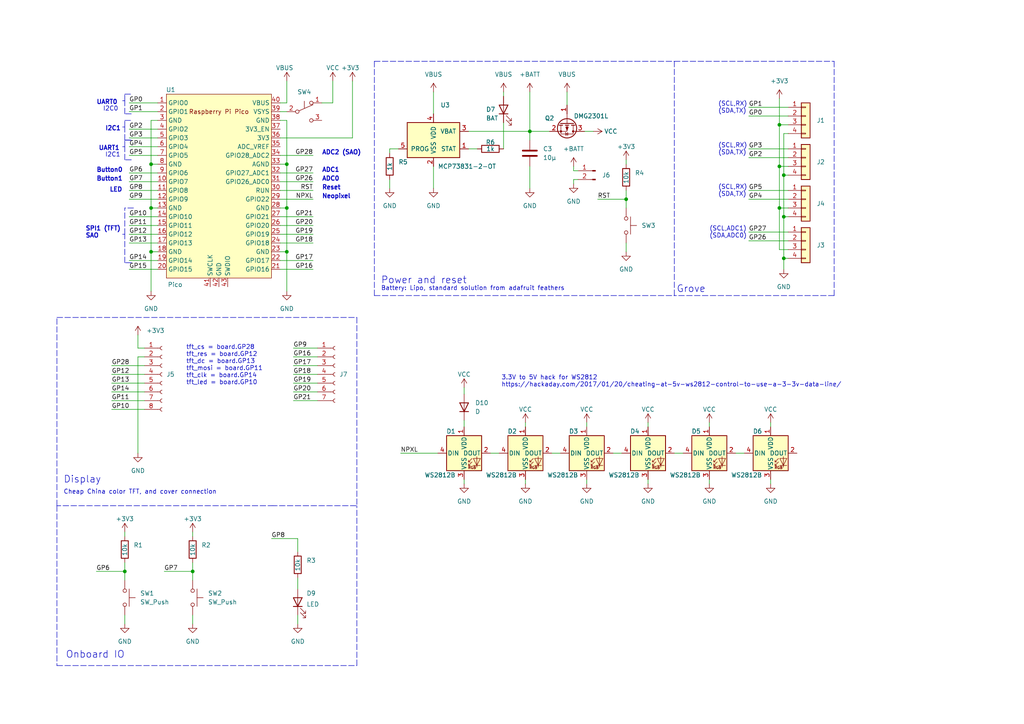
<source format=kicad_sch>
(kicad_sch (version 20211123) (generator eeschema)
  (paper "A4")
  (lib_symbols
    (symbol "Battery_Management:MCP73831-2-OT" (pin_names (offset 1.016))
      (property "Reference" "U" (at -7.62 6.35 0))
      (property "Value" "MCP73831-2-OT" (at 1.27 6.35 0))
      (symbol "MCP73831-2-OT_0_1"
        (rectangle (start -7.62 5.08) (end 7.62 -5.08) (stroke (width 0.254)) (fill (type background)))
      )
      (symbol "MCP73831-2-OT_1_1"
        (pin output line (at 10.16 -2.54 180) (length 2.54) (name "STAT") (number "1"))
        (pin power_in line (at 0 -7.62 90) (length 2.54) (name "VSS") (number "2"))
        (pin power_out line (at 10.16 2.54 180) (length 2.54) (name "VBAT") (number "3"))
        (pin power_in line (at 0 7.62 270) (length 2.54) (name "VDD") (number "4"))
        (pin input line (at -10.16 -2.54 0) (length 2.54) (name "PROG") (number "5"))
      )
    )
    (symbol "Connector:Conn_01x02_Male" (pin_names (offset 1.016) hide)
      (property "Reference" "J" (at 0 2.54 0))
      (property "Value" "Conn_01x02_Male" (at 0 -5.08 0))
      (symbol "Conn_01x02_Male_1_1"
        (polyline (pts (xy 1.27 -2.54) (xy 0.8636 -2.54)) (stroke (width 0.1524)))
        (polyline (pts (xy 1.27 0) (xy 0.8636 0)) (stroke (width 0.1524)))
        (rectangle (start 0.8636 -2.413) (end 0 -2.667) (stroke (width 0.1524)) (fill (type outline)))
        (rectangle (start 0.8636 0.127) (end 0 -0.127) (stroke (width 0.1524)) (fill (type outline)))
        (pin passive line (at 5.08 0 180) (length 3.81) (name "Pin_1") (number "1"))
        (pin passive line (at 5.08 -2.54 180) (length 3.81) (name "Pin_2") (number "2"))
      )
    )
    (symbol "Connector:Conn_01x07_Female" (pin_names (offset 1.016) hide)
      (property "Reference" "J" (at 0 10.16 0))
      (property "Value" "Conn_01x07_Female" (at 0 -10.16 0))
      (symbol "Conn_01x07_Female_1_1"
        (arc (start 0 -7.112) (mid -0.508 -7.62) (end 0 -8.128) (stroke (width 0.1524)))
        (arc (start 0 -4.572) (mid -0.508 -5.08) (end 0 -5.588) (stroke (width 0.1524)))
        (arc (start 0 -2.032) (mid -0.508 -2.54) (end 0 -3.048) (stroke (width 0.1524)))
        (polyline (pts (xy -1.27 -7.62) (xy -0.508 -7.62)) (stroke (width 0.1524)))
        (polyline (pts (xy -1.27 -5.08) (xy -0.508 -5.08)) (stroke (width 0.1524)))
        (polyline (pts (xy -1.27 -2.54) (xy -0.508 -2.54)) (stroke (width 0.1524)))
        (polyline (pts (xy -1.27 0) (xy -0.508 0)) (stroke (width 0.1524)))
        (polyline (pts (xy -1.27 2.54) (xy -0.508 2.54)) (stroke (width 0.1524)))
        (polyline (pts (xy -1.27 5.08) (xy -0.508 5.08)) (stroke (width 0.1524)))
        (polyline (pts (xy -1.27 7.62) (xy -0.508 7.62)) (stroke (width 0.1524)))
        (arc (start 0 0.508) (mid -0.508 0) (end 0 -0.508) (stroke (width 0.1524)))
        (arc (start 0 3.048) (mid -0.508 2.54) (end 0 2.032) (stroke (width 0.1524)))
        (arc (start 0 5.588) (mid -0.508 5.08) (end 0 4.572) (stroke (width 0.1524)))
        (arc (start 0 8.128) (mid -0.508 7.62) (end 0 7.112) (stroke (width 0.1524)))
        (pin passive line (at -5.08 7.62 0) (length 3.81) (name "Pin_1") (number "1"))
        (pin passive line (at -5.08 5.08 0) (length 3.81) (name "Pin_2") (number "2"))
        (pin passive line (at -5.08 2.54 0) (length 3.81) (name "Pin_3") (number "3"))
        (pin passive line (at -5.08 0 0) (length 3.81) (name "Pin_4") (number "4"))
        (pin passive line (at -5.08 -2.54 0) (length 3.81) (name "Pin_5") (number "5"))
        (pin passive line (at -5.08 -5.08 0) (length 3.81) (name "Pin_6") (number "6"))
        (pin passive line (at -5.08 -7.62 0) (length 3.81) (name "Pin_7") (number "7"))
      )
    )
    (symbol "Connector:Conn_01x08_Female" (pin_names (offset 1.016) hide)
      (property "Reference" "J" (at 0 10.16 0))
      (property "Value" "Conn_01x08_Female" (at 0 -12.7 0))
      (symbol "Conn_01x08_Female_1_1"
        (arc (start 0 -9.652) (mid -0.508 -10.16) (end 0 -10.668) (stroke (width 0.1524)))
        (arc (start 0 -7.112) (mid -0.508 -7.62) (end 0 -8.128) (stroke (width 0.1524)))
        (arc (start 0 -4.572) (mid -0.508 -5.08) (end 0 -5.588) (stroke (width 0.1524)))
        (arc (start 0 -2.032) (mid -0.508 -2.54) (end 0 -3.048) (stroke (width 0.1524)))
        (polyline (pts (xy -1.27 -10.16) (xy -0.508 -10.16)) (stroke (width 0.1524)))
        (polyline (pts (xy -1.27 -7.62) (xy -0.508 -7.62)) (stroke (width 0.1524)))
        (polyline (pts (xy -1.27 -5.08) (xy -0.508 -5.08)) (stroke (width 0.1524)))
        (polyline (pts (xy -1.27 -2.54) (xy -0.508 -2.54)) (stroke (width 0.1524)))
        (polyline (pts (xy -1.27 0) (xy -0.508 0)) (stroke (width 0.1524)))
        (polyline (pts (xy -1.27 2.54) (xy -0.508 2.54)) (stroke (width 0.1524)))
        (polyline (pts (xy -1.27 5.08) (xy -0.508 5.08)) (stroke (width 0.1524)))
        (polyline (pts (xy -1.27 7.62) (xy -0.508 7.62)) (stroke (width 0.1524)))
        (arc (start 0 0.508) (mid -0.508 0) (end 0 -0.508) (stroke (width 0.1524)))
        (arc (start 0 3.048) (mid -0.508 2.54) (end 0 2.032) (stroke (width 0.1524)))
        (arc (start 0 5.588) (mid -0.508 5.08) (end 0 4.572) (stroke (width 0.1524)))
        (arc (start 0 8.128) (mid -0.508 7.62) (end 0 7.112) (stroke (width 0.1524)))
        (pin passive line (at -5.08 7.62 0) (length 3.81) (name "Pin_1") (number "1"))
        (pin passive line (at -5.08 5.08 0) (length 3.81) (name "Pin_2") (number "2"))
        (pin passive line (at -5.08 2.54 0) (length 3.81) (name "Pin_3") (number "3"))
        (pin passive line (at -5.08 0 0) (length 3.81) (name "Pin_4") (number "4"))
        (pin passive line (at -5.08 -2.54 0) (length 3.81) (name "Pin_5") (number "5"))
        (pin passive line (at -5.08 -5.08 0) (length 3.81) (name "Pin_6") (number "6"))
        (pin passive line (at -5.08 -7.62 0) (length 3.81) (name "Pin_7") (number "7"))
        (pin passive line (at -5.08 -10.16 0) (length 3.81) (name "Pin_8") (number "8"))
      )
    )
    (symbol "Connector_Generic:Conn_01x04" (pin_names (offset 1.016) hide)
      (property "Reference" "J" (at 0 5.08 0))
      (property "Value" "Conn_01x04" (at 0 -7.62 0))
      (symbol "Conn_01x04_1_1"
        (rectangle (start -1.27 -4.953) (end 0 -5.207) (stroke (width 0.1524)))
        (rectangle (start -1.27 -2.413) (end 0 -2.667) (stroke (width 0.1524)))
        (rectangle (start -1.27 0.127) (end 0 -0.127) (stroke (width 0.1524)))
        (rectangle (start -1.27 2.667) (end 0 2.413) (stroke (width 0.1524)))
        (rectangle (start -1.27 3.81) (end 1.27 -6.35) (stroke (width 0.254)) (fill (type background)))
        (pin passive line (at -5.08 2.54 0) (length 3.81) (name "Pin_1") (number "1"))
        (pin passive line (at -5.08 0 0) (length 3.81) (name "Pin_2") (number "2"))
        (pin passive line (at -5.08 -2.54 0) (length 3.81) (name "Pin_3") (number "3"))
        (pin passive line (at -5.08 -5.08 0) (length 3.81) (name "Pin_4") (number "4"))
      )
    )
    (symbol "Device:C" (pin_numbers hide) (pin_names (offset 0.254))
      (property "Reference" "C" (at 0.635 2.54 0))
      (property "Value" "C" (at 0.635 -2.54 0))
      (symbol "C_0_1"
        (polyline (pts (xy -2.032 -0.762) (xy 2.032 -0.762)) (stroke (width 0.508)))
        (polyline (pts (xy -2.032 0.762) (xy 2.032 0.762)) (stroke (width 0.508)))
      )
      (symbol "C_1_1"
        (pin passive line (at 0 3.81 270) (length 2.794) (name "~") (number "1"))
        (pin passive line (at 0 -3.81 90) (length 2.794) (name "~") (number "2"))
      )
    )
    (symbol "Device:D" (pin_numbers hide) (pin_names (offset 1.016) hide)
      (property "Reference" "D" (at 0 2.54 0))
      (property "Value" "D" (at 0 -2.54 0))
      (symbol "D_0_1"
        (polyline (pts (xy -1.27 1.27) (xy -1.27 -1.27)) (stroke (width 0.254)))
        (polyline (pts (xy 1.27 0) (xy -1.27 0)))
        (polyline (pts (xy 1.27 1.27) (xy 1.27 -1.27) (xy -1.27 0) (xy 1.27 1.27)) (stroke (width 0.254)))
      )
      (symbol "D_1_1"
        (pin passive line (at -3.81 0 0) (length 2.54) (name "K") (number "1"))
        (pin passive line (at 3.81 0 180) (length 2.54) (name "A") (number "2"))
      )
    )
    (symbol "Device:LED" (pin_numbers hide) (pin_names (offset 1.016) hide)
      (property "Reference" "D" (at 0 2.54 0))
      (property "Value" "LED" (at 0 -2.54 0))
      (symbol "LED_0_1"
        (polyline (pts (xy -1.27 -1.27) (xy -1.27 1.27)) (stroke (width 0.254)))
        (polyline (pts (xy -1.27 0) (xy 1.27 0)))
        (polyline (pts (xy 1.27 -1.27) (xy 1.27 1.27) (xy -1.27 0) (xy 1.27 -1.27)) (stroke (width 0.254)))
        (polyline (pts (xy -3.048 -0.762) (xy -4.572 -2.286) (xy -3.81 -2.286) (xy -4.572 -2.286) (xy -4.572 -1.524)))
        (polyline (pts (xy -1.778 -0.762) (xy -3.302 -2.286) (xy -2.54 -2.286) (xy -3.302 -2.286) (xy -3.302 -1.524)))
      )
      (symbol "LED_1_1"
        (pin passive line (at -3.81 0 0) (length 2.54) (name "K") (number "1"))
        (pin passive line (at 3.81 0 180) (length 2.54) (name "A") (number "2"))
      )
    )
    (symbol "Device:R" (pin_numbers hide) (pin_names (offset 0))
      (property "Reference" "R" (at 2.032 0 90))
      (property "Value" "R" (at 0 0 90))
      (symbol "R_0_1"
        (rectangle (start -1.016 -2.54) (end 1.016 2.54) (stroke (width 0.254)))
      )
      (symbol "R_1_1"
        (pin passive line (at 0 3.81 270) (length 1.27) (name "~") (number "1"))
        (pin passive line (at 0 -3.81 90) (length 1.27) (name "~") (number "2"))
      )
    )
    (symbol "LED:WS2812B" (pin_names (offset 0.254))
      (property "Reference" "D" (at 5.08 5.715 0))
      (property "Value" "WS2812B" (at 1.27 -5.715 0))
      (symbol "WS2812B_0_0"
        (text "RGB" (at 2.286 -4.191 0) (effects (font (size 0.762 0.762))))
      )
      (symbol "WS2812B_0_1"
        (polyline (pts (xy 1.27 -3.556) (xy 1.778 -3.556)))
        (polyline (pts (xy 1.27 -2.54) (xy 1.778 -2.54)))
        (polyline (pts (xy 4.699 -3.556) (xy 2.667 -3.556)))
        (polyline (pts (xy 2.286 -2.54) (xy 1.27 -3.556) (xy 1.27 -3.048)))
        (polyline (pts (xy 2.286 -1.524) (xy 1.27 -2.54) (xy 1.27 -2.032)))
        (polyline (pts (xy 3.683 -1.016) (xy 3.683 -3.556) (xy 3.683 -4.064)))
        (polyline (pts (xy 4.699 -1.524) (xy 2.667 -1.524) (xy 3.683 -3.556) (xy 4.699 -1.524)))
        (rectangle (start 5.08 5.08) (end -5.08 -5.08) (stroke (width 0.254)) (fill (type background)))
      )
      (symbol "WS2812B_1_1"
        (pin power_in line (at 0 7.62 270) (length 2.54) (name "VDD") (number "1"))
        (pin output line (at 7.62 0 180) (length 2.54) (name "DOUT") (number "2"))
        (pin power_in line (at 0 -7.62 90) (length 2.54) (name "VSS") (number "3"))
        (pin input line (at -7.62 0 0) (length 2.54) (name "DIN") (number "4"))
      )
    )
    (symbol "MCU_RaspberryPi_and_Boards:Pico"
      (property "Reference" "U" (at -13.97 27.94 0))
      (property "Value" "Pico" (at 0 19.05 0))
      (symbol "Pico_0_0"
        (text "Raspberry Pi Pico" (at 0 21.59 0) (effects (font (size 1.27 1.27))))
      )
      (symbol "Pico_0_1"
        (rectangle (start -15.24 26.67) (end 15.24 -26.67) (fill (type background)))
      )
      (symbol "Pico_1_1"
        (pin bidirectional line (at -17.78 24.13 0) (length 2.54) (name "GPIO0") (number "1"))
        (pin bidirectional line (at -17.78 1.27 0) (length 2.54) (name "GPIO7") (number "10"))
        (pin bidirectional line (at -17.78 -1.27 0) (length 2.54) (name "GPIO8") (number "11"))
        (pin bidirectional line (at -17.78 -3.81 0) (length 2.54) (name "GPIO9") (number "12"))
        (pin power_in line (at -17.78 -6.35 0) (length 2.54) (name "GND") (number "13"))
        (pin bidirectional line (at -17.78 -8.89 0) (length 2.54) (name "GPIO10") (number "14"))
        (pin bidirectional line (at -17.78 -11.43 0) (length 2.54) (name "GPIO11") (number "15"))
        (pin bidirectional line (at -17.78 -13.97 0) (length 2.54) (name "GPIO12") (number "16"))
        (pin bidirectional line (at -17.78 -16.51 0) (length 2.54) (name "GPIO13") (number "17"))
        (pin power_in line (at -17.78 -19.05 0) (length 2.54) (name "GND") (number "18"))
        (pin bidirectional line (at -17.78 -21.59 0) (length 2.54) (name "GPIO14") (number "19"))
        (pin bidirectional line (at -17.78 21.59 0) (length 2.54) (name "GPIO1") (number "2"))
        (pin bidirectional line (at -17.78 -24.13 0) (length 2.54) (name "GPIO15") (number "20"))
        (pin bidirectional line (at 17.78 -24.13 180) (length 2.54) (name "GPIO16") (number "21"))
        (pin bidirectional line (at 17.78 -21.59 180) (length 2.54) (name "GPIO17") (number "22"))
        (pin power_in line (at 17.78 -19.05 180) (length 2.54) (name "GND") (number "23"))
        (pin bidirectional line (at 17.78 -16.51 180) (length 2.54) (name "GPIO18") (number "24"))
        (pin bidirectional line (at 17.78 -13.97 180) (length 2.54) (name "GPIO19") (number "25"))
        (pin bidirectional line (at 17.78 -11.43 180) (length 2.54) (name "GPIO20") (number "26"))
        (pin bidirectional line (at 17.78 -8.89 180) (length 2.54) (name "GPIO21") (number "27"))
        (pin power_in line (at 17.78 -6.35 180) (length 2.54) (name "GND") (number "28"))
        (pin bidirectional line (at 17.78 -3.81 180) (length 2.54) (name "GPIO22") (number "29"))
        (pin power_in line (at -17.78 19.05 0) (length 2.54) (name "GND") (number "3"))
        (pin input line (at 17.78 -1.27 180) (length 2.54) (name "RUN") (number "30"))
        (pin bidirectional line (at 17.78 1.27 180) (length 2.54) (name "GPIO26_ADC0") (number "31"))
        (pin bidirectional line (at 17.78 3.81 180) (length 2.54) (name "GPIO27_ADC1") (number "32"))
        (pin power_in line (at 17.78 6.35 180) (length 2.54) (name "AGND") (number "33"))
        (pin bidirectional line (at 17.78 8.89 180) (length 2.54) (name "GPIO28_ADC2") (number "34"))
        (pin power_in line (at 17.78 11.43 180) (length 2.54) (name "ADC_VREF") (number "35"))
        (pin power_in line (at 17.78 13.97 180) (length 2.54) (name "3V3") (number "36"))
        (pin input line (at 17.78 16.51 180) (length 2.54) (name "3V3_EN") (number "37"))
        (pin bidirectional line (at 17.78 19.05 180) (length 2.54) (name "GND") (number "38"))
        (pin power_in line (at 17.78 21.59 180) (length 2.54) (name "VSYS") (number "39"))
        (pin bidirectional line (at -17.78 16.51 0) (length 2.54) (name "GPIO2") (number "4"))
        (pin power_in line (at 17.78 24.13 180) (length 2.54) (name "VBUS") (number "40"))
        (pin input line (at -2.54 -29.21 90) (length 2.54) (name "SWCLK") (number "41"))
        (pin power_in line (at 0 -29.21 90) (length 2.54) (name "GND") (number "42"))
        (pin bidirectional line (at 2.54 -29.21 90) (length 2.54) (name "SWDIO") (number "43"))
        (pin bidirectional line (at -17.78 13.97 0) (length 2.54) (name "GPIO3") (number "5"))
        (pin bidirectional line (at -17.78 11.43 0) (length 2.54) (name "GPIO4") (number "6"))
        (pin bidirectional line (at -17.78 8.89 0) (length 2.54) (name "GPIO5") (number "7"))
        (pin power_in line (at -17.78 6.35 0) (length 2.54) (name "GND") (number "8"))
        (pin bidirectional line (at -17.78 3.81 0) (length 2.54) (name "GPIO6") (number "9"))
      )
    )
    (symbol "Switch:SW_Push" (pin_numbers hide) (pin_names (offset 1.016) hide)
      (property "Reference" "SW" (at 1.27 2.54 0))
      (property "Value" "SW_Push" (at 0 -1.524 0))
      (symbol "SW_Push_0_1"
        (circle (center -2.032 0) (radius 0.508))
        (polyline (pts (xy 0 1.27) (xy 0 3.048)))
        (polyline (pts (xy 2.54 1.27) (xy -2.54 1.27)))
        (circle (center 2.032 0) (radius 0.508))
        (pin passive line (at -5.08 0 0) (length 2.54) (name "1") (number "1"))
        (pin passive line (at 5.08 0 180) (length 2.54) (name "2") (number "2"))
      )
    )
    (symbol "Switch:SW_Push_SPDT" (pin_names (offset 0) hide)
      (property "Reference" "SW" (at 0 4.318 0))
      (property "Value" "SW_Push_SPDT" (at 0 -5.08 0))
      (symbol "SW_Push_SPDT_0_0"
        (circle (center -2.032 0) (radius 0.508))
        (polyline (pts (xy 0 1.016) (xy 0 3.048)))
        (circle (center 2.032 -2.54) (radius 0.508))
      )
      (symbol "SW_Push_SPDT_0_1"
        (polyline (pts (xy -1.524 0.254) (xy 2.54 2.032)))
        (circle (center 2.032 2.54) (radius 0.508))
      )
      (symbol "SW_Push_SPDT_1_1"
        (pin passive line (at 5.08 2.54 180) (length 2.54) (name "A") (number "1"))
        (pin passive line (at -5.08 0 0) (length 2.54) (name "B") (number "2"))
        (pin passive line (at 5.08 -2.54 180) (length 2.54) (name "C") (number "3"))
      )
    )
    (symbol "Transistor_FET:DMG2301L" (pin_names hide)
      (property "Reference" "Q" (at 5.08 1.905 0))
      (property "Value" "DMG2301L" (at 5.08 0 0))
      (symbol "DMG2301L_0_1"
        (polyline (pts (xy 0.254 0) (xy -2.54 0)))
        (polyline (pts (xy 0.254 1.905) (xy 0.254 -1.905)) (stroke (width 0.254)))
        (polyline (pts (xy 0.762 -1.27) (xy 0.762 -2.286)) (stroke (width 0.254)))
        (polyline (pts (xy 0.762 0.508) (xy 0.762 -0.508)) (stroke (width 0.254)))
        (polyline (pts (xy 0.762 2.286) (xy 0.762 1.27)) (stroke (width 0.254)))
        (polyline (pts (xy 2.54 2.54) (xy 2.54 1.778)))
        (polyline (pts (xy 2.54 -2.54) (xy 2.54 0) (xy 0.762 0)))
        (polyline (pts (xy 0.762 1.778) (xy 3.302 1.778) (xy 3.302 -1.778) (xy 0.762 -1.778)))
        (polyline (pts (xy 2.286 0) (xy 1.27 0.381) (xy 1.27 -0.381) (xy 2.286 0)) (fill (type outline)))
        (polyline (pts (xy 2.794 -0.508) (xy 2.921 -0.381) (xy 3.683 -0.381) (xy 3.81 -0.254)))
        (polyline (pts (xy 3.302 -0.381) (xy 2.921 0.254) (xy 3.683 0.254) (xy 3.302 -0.381)))
        (circle (center 1.651 0) (radius 2.794) (stroke (width 0.254)))
        (circle (center 2.54 -1.778) (radius 0.254) (fill (type outline)))
        (circle (center 2.54 1.778) (radius 0.254) (fill (type outline)))
      )
      (symbol "DMG2301L_1_1"
        (pin input line (at -5.08 0 0) (length 2.54) (name "G") (number "1"))
        (pin passive line (at 2.54 -5.08 90) (length 2.54) (name "S") (number "2"))
        (pin passive line (at 2.54 5.08 270) (length 2.54) (name "D") (number "3"))
      )
    )
    (symbol "power:+3V3" (power) (pin_names (offset 0))
      (property "Value" "+3V3" (at 0 3.556 0))
      (symbol "+3V3_0_1"
        (polyline (pts (xy -0.762 1.27) (xy 0 2.54)))
        (polyline (pts (xy 0 0) (xy 0 2.54)))
        (polyline (pts (xy 0 2.54) (xy 0.762 1.27)))
      )
      (symbol "+3V3_1_1"
        (pin power_in line (at 0 0 90) (length 0) hide (name "+3V3") (number "1"))
      )
    )
    (symbol "power:+BATT" (power) (pin_names (offset 0))
      (property "Value" "+BATT" (at 0 3.556 0))
      (symbol "+BATT_0_1"
        (polyline (pts (xy -0.762 1.27) (xy 0 2.54)))
        (polyline (pts (xy 0 0) (xy 0 2.54)))
        (polyline (pts (xy 0 2.54) (xy 0.762 1.27)))
      )
      (symbol "+BATT_1_1"
        (pin power_in line (at 0 0 90) (length 0) hide (name "+BATT") (number "1"))
      )
    )
    (symbol "power:GND" (power) (pin_names (offset 0))
      (property "Value" "GND" (at 0 -3.81 0))
      (symbol "GND_0_1"
        (polyline (pts (xy 0 0) (xy 0 -1.27) (xy 1.27 -1.27) (xy 0 -2.54) (xy -1.27 -1.27) (xy 0 -1.27)))
      )
      (symbol "GND_1_1"
        (pin power_in line (at 0 0 270) (length 0) hide (name "GND") (number "1"))
      )
    )
    (symbol "power:VBUS" (power) (pin_names (offset 0))
      (property "Value" "VBUS" (at 0 3.81 0))
      (symbol "VBUS_0_1"
        (polyline (pts (xy -0.762 1.27) (xy 0 2.54)))
        (polyline (pts (xy 0 0) (xy 0 2.54)))
        (polyline (pts (xy 0 2.54) (xy 0.762 1.27)))
      )
      (symbol "VBUS_1_1"
        (pin power_in line (at 0 0 90) (length 0) hide (name "VBUS") (number "1"))
      )
    )
    (symbol "power:VCC" (power) (pin_names (offset 0))
      (property "Value" "VCC" (at 0 3.81 0))
      (symbol "VCC_0_1"
        (polyline (pts (xy -0.762 1.27) (xy 0 2.54)))
        (polyline (pts (xy 0 0) (xy 0 2.54)))
        (polyline (pts (xy 0 2.54) (xy 0.762 1.27)))
      )
      (symbol "VCC_1_1"
        (pin power_in line (at 0 0 90) (length 0) hide (name "VCC") (number "1"))
      )
    )
  )
  (junction (at 55.88 165.735))
  (junction (at 226.06 60.325))
  (junction (at 227.33 74.93))
  (junction (at 43.815 60.325))
  (junction (at 83.185 73.025))
  (junction (at 227.33 50.8))
  (junction (at 227.33 62.865))
  (junction (at 153.67 38.1))
  (junction (at 43.815 73.025))
  (junction (at 83.185 47.625))
  (junction (at 36.195 165.735))
  (junction (at 226.06 48.26))
  (junction (at 181.61 57.785))
  (junction (at 43.815 47.625))
  (junction (at 226.06 36.195))
  (junction (at 83.185 60.325))
  (wire (pts (xy 198.12 131.445) (xy 195.58 131.445)))
  (polyline (pts (xy 35.56 42.545) (xy 36.195 42.545)))
  (wire (pts (xy 152.4 140.335) (xy 152.4 139.065)))
  (wire (pts (xy 37.465 52.705) (xy 45.72 52.705)))
  (wire (pts (xy 215.9 131.445) (xy 213.36 131.445)))
  (wire (pts (xy 85.09 100.965) (xy 92.075 100.965)))
  (polyline (pts (xy 103.505 193.04) (xy 103.505 146.685)))
  (polyline (pts (xy 35.56 67.945) (xy 36.195 67.945)))
  (wire (pts (xy 217.17 69.85) (xy 228.6 69.85)))
  (polyline (pts (xy 241.935 85.725) (xy 195.58 85.725)))
  (wire (pts (xy 96.52 23.495) (xy 96.52 29.845)))
  (wire (pts (xy 226.06 48.26) (xy 226.06 60.325)))
  (polyline (pts (xy 38.1 76.2) (xy 36.195 76.2)))
  (polyline (pts (xy 16.51 193.04) (xy 103.505 193.04)))
  (wire (pts (xy 134.62 121.92) (xy 134.62 123.825)))
  (wire (pts (xy 226.06 48.26) (xy 228.6 48.26)))
  (wire (pts (xy 55.88 178.435) (xy 55.88 180.975)))
  (wire (pts (xy 37.465 78.105) (xy 45.72 78.105)))
  (wire (pts (xy 41.91 116.205) (xy 32.385 116.205)))
  (wire (pts (xy 45.72 34.925) (xy 43.815 34.925)))
  (wire (pts (xy 90.805 52.705) (xy 81.28 52.705)))
  (wire (pts (xy 83.185 47.625) (xy 83.185 60.325)))
  (wire (pts (xy 90.805 67.945) (xy 81.28 67.945)))
  (wire (pts (xy 228.6 38.735) (xy 227.33 38.735)))
  (wire (pts (xy 36.195 154.305) (xy 36.195 155.575)))
  (wire (pts (xy 83.185 29.845) (xy 83.185 23.495)))
  (wire (pts (xy 86.36 167.64) (xy 86.36 170.815)))
  (wire (pts (xy 37.465 55.245) (xy 45.72 55.245)))
  (wire (pts (xy 187.96 122.555) (xy 187.96 123.825)))
  (wire (pts (xy 55.88 154.305) (xy 55.88 155.575)))
  (wire (pts (xy 43.815 73.025) (xy 45.72 73.025)))
  (polyline (pts (xy 241.935 17.78) (xy 241.935 85.725)))
  (wire (pts (xy 40.005 131.445) (xy 40.005 103.505)))
  (wire (pts (xy 226.06 72.39) (xy 228.6 72.39)))
  (polyline (pts (xy 195.58 85.725) (xy 195.58 17.78)))
  (wire (pts (xy 40.005 100.965) (xy 41.91 100.965)))
  (wire (pts (xy 37.465 32.385) (xy 45.72 32.385)))
  (wire (pts (xy 227.33 50.8) (xy 228.6 50.8)))
  (wire (pts (xy 37.465 62.865) (xy 45.72 62.865)))
  (wire (pts (xy 37.465 65.405) (xy 45.72 65.405)))
  (wire (pts (xy 144.78 131.445) (xy 142.24 131.445)))
  (wire (pts (xy 86.36 178.435) (xy 86.36 180.975)))
  (wire (pts (xy 55.88 165.735) (xy 55.88 168.275)))
  (wire (pts (xy 152.4 122.555) (xy 152.4 123.825)))
  (wire (pts (xy 85.09 113.665) (xy 92.075 113.665)))
  (wire (pts (xy 226.06 36.195) (xy 228.6 36.195)))
  (wire (pts (xy 41.91 111.125) (xy 32.385 111.125)))
  (wire (pts (xy 85.09 116.205) (xy 92.075 116.205)))
  (wire (pts (xy 116.205 131.445) (xy 127 131.445)))
  (wire (pts (xy 55.88 163.195) (xy 55.88 165.735)))
  (wire (pts (xy 134.62 140.335) (xy 134.62 139.065)))
  (polyline (pts (xy 36.195 27.305) (xy 38.1 27.305)))
  (wire (pts (xy 181.61 55.245) (xy 181.61 57.785)))
  (polyline (pts (xy 38.1 40.64) (xy 36.195 40.64)))
  (wire (pts (xy 153.67 26.67) (xy 153.67 38.1)))
  (polyline (pts (xy 36.195 76.2) (xy 36.195 67.945)))
  (wire (pts (xy 125.73 54.61) (xy 125.73 48.26)))
  (wire (pts (xy 85.09 103.505) (xy 92.075 103.505)))
  (wire (pts (xy 146.05 26.67) (xy 146.05 27.94)))
  (wire (pts (xy 173.355 57.785) (xy 181.61 57.785)))
  (wire (pts (xy 217.17 55.245) (xy 228.6 55.245)))
  (polyline (pts (xy 36.195 42.545) (xy 36.195 40.64)))
  (polyline (pts (xy 35.56 36.83) (xy 36.195 36.83)))
  (wire (pts (xy 32.385 118.745) (xy 41.91 118.745)))
  (wire (pts (xy 181.61 70.485) (xy 181.61 73.025)))
  (wire (pts (xy 134.62 112.395) (xy 134.62 114.3)))
  (wire (pts (xy 90.805 70.485) (xy 81.28 70.485)))
  (wire (pts (xy 81.28 45.085) (xy 90.805 45.085)))
  (wire (pts (xy 83.185 73.025) (xy 81.28 73.025)))
  (wire (pts (xy 226.06 60.325) (xy 228.6 60.325)))
  (wire (pts (xy 36.195 163.195) (xy 36.195 165.735)))
  (wire (pts (xy 83.185 60.325) (xy 83.185 73.025)))
  (polyline (pts (xy 36.195 40.64) (xy 38.1 40.64)))
  (wire (pts (xy 180.34 131.445) (xy 177.8 131.445)))
  (polyline (pts (xy 38.1 33.02) (xy 36.195 33.02)))
  (wire (pts (xy 36.195 178.435) (xy 36.195 180.975)))
  (wire (pts (xy 36.195 165.735) (xy 36.195 168.275)))
  (wire (pts (xy 227.33 74.93) (xy 227.33 78.105)))
  (wire (pts (xy 164.465 26.67) (xy 164.465 30.48)))
  (wire (pts (xy 37.465 75.565) (xy 45.72 75.565)))
  (wire (pts (xy 187.96 140.335) (xy 187.96 139.065)))
  (wire (pts (xy 181.61 57.785) (xy 181.61 60.325)))
  (wire (pts (xy 113.03 54.61) (xy 113.03 52.07)))
  (wire (pts (xy 205.74 140.335) (xy 205.74 139.065)))
  (wire (pts (xy 37.465 50.165) (xy 45.72 50.165)))
  (polyline (pts (xy 78.74 146.685) (xy 103.505 146.685)))
  (wire (pts (xy 37.465 29.845) (xy 45.72 29.845)))
  (wire (pts (xy 226.06 60.325) (xy 226.06 72.39)))
  (wire (pts (xy 37.465 37.465) (xy 45.72 37.465)))
  (wire (pts (xy 81.28 34.925) (xy 83.185 34.925)))
  (wire (pts (xy 226.06 36.195) (xy 226.06 48.26)))
  (wire (pts (xy 45.72 47.625) (xy 43.815 47.625)))
  (polyline (pts (xy 35.56 29.21) (xy 36.195 29.21)))
  (wire (pts (xy 217.17 33.655) (xy 228.6 33.655)))
  (wire (pts (xy 81.28 55.245) (xy 90.805 55.245)))
  (wire (pts (xy 90.805 78.105) (xy 81.28 78.105)))
  (polyline (pts (xy 38.1 46.355) (xy 36.195 46.355)))
  (wire (pts (xy 135.89 38.1) (xy 153.67 38.1)))
  (wire (pts (xy 86.36 160.02) (xy 86.36 156.21)))
  (wire (pts (xy 217.17 45.72) (xy 228.6 45.72)))
  (wire (pts (xy 47.625 165.735) (xy 55.88 165.735)))
  (wire (pts (xy 217.17 43.18) (xy 228.6 43.18)))
  (wire (pts (xy 227.33 50.8) (xy 227.33 62.865)))
  (wire (pts (xy 83.185 73.025) (xy 83.185 84.455)))
  (wire (pts (xy 90.805 62.865) (xy 81.28 62.865)))
  (wire (pts (xy 146.05 35.56) (xy 146.05 43.18)))
  (wire (pts (xy 217.17 31.115) (xy 228.6 31.115)))
  (wire (pts (xy 37.465 67.945) (xy 45.72 67.945)))
  (wire (pts (xy 166.37 48.26) (xy 166.37 49.53)))
  (wire (pts (xy 40.005 103.505) (xy 41.91 103.505)))
  (wire (pts (xy 102.235 23.495) (xy 102.235 40.005)))
  (wire (pts (xy 217.17 57.785) (xy 228.6 57.785)))
  (wire (pts (xy 41.91 113.665) (xy 32.385 113.665)))
  (wire (pts (xy 153.67 54.61) (xy 153.67 48.26)))
  (polyline (pts (xy 108.585 85.725) (xy 195.58 85.725)))
  (wire (pts (xy 153.67 38.1) (xy 153.67 40.64)))
  (wire (pts (xy 205.74 122.555) (xy 205.74 123.825)))
  (wire (pts (xy 85.09 106.045) (xy 92.075 106.045)))
  (wire (pts (xy 81.28 29.845) (xy 83.185 29.845)))
  (wire (pts (xy 85.09 108.585) (xy 92.075 108.585)))
  (wire (pts (xy 170.18 122.555) (xy 170.18 123.825)))
  (wire (pts (xy 217.17 67.31) (xy 228.6 67.31)))
  (wire (pts (xy 113.03 44.45) (xy 113.03 43.18)))
  (wire (pts (xy 90.805 57.785) (xy 81.28 57.785)))
  (polyline (pts (xy 195.58 17.78) (xy 241.935 17.78)))
  (wire (pts (xy 90.805 50.165) (xy 81.28 50.165)))
  (wire (pts (xy 37.465 45.085) (xy 45.72 45.085)))
  (polyline (pts (xy 16.51 92.075) (xy 103.505 92.075)))
  (polyline (pts (xy 36.195 67.945) (xy 36.195 60.325)))
  (wire (pts (xy 159.385 38.1) (xy 153.67 38.1)))
  (wire (pts (xy 81.28 40.005) (xy 102.235 40.005)))
  (wire (pts (xy 81.28 32.385) (xy 83.185 32.385)))
  (wire (pts (xy 227.33 62.865) (xy 227.33 74.93)))
  (wire (pts (xy 41.91 106.045) (xy 32.385 106.045)))
  (wire (pts (xy 45.72 60.325) (xy 43.815 60.325)))
  (wire (pts (xy 223.52 122.555) (xy 223.52 123.825)))
  (polyline (pts (xy 16.51 146.685) (xy 16.51 92.075)))
  (wire (pts (xy 43.815 60.325) (xy 43.815 73.025)))
  (wire (pts (xy 37.465 42.545) (xy 45.72 42.545)))
  (wire (pts (xy 135.89 43.18) (xy 138.43 43.18)))
  (polyline (pts (xy 103.505 92.075) (xy 103.505 146.685)))
  (wire (pts (xy 43.815 34.925) (xy 43.815 47.625)))
  (wire (pts (xy 166.37 49.53) (xy 167.64 49.53)))
  (polyline (pts (xy 36.195 40.64) (xy 36.195 36.83)))
  (wire (pts (xy 37.465 40.005) (xy 45.72 40.005)))
  (wire (pts (xy 227.33 62.865) (xy 228.6 62.865)))
  (wire (pts (xy 90.805 65.405) (xy 81.28 65.405)))
  (wire (pts (xy 41.91 108.585) (xy 32.385 108.585)))
  (wire (pts (xy 166.37 52.07) (xy 167.64 52.07)))
  (wire (pts (xy 166.37 53.34) (xy 166.37 52.07)))
  (polyline (pts (xy 38.735 60.325) (xy 36.195 60.325)))
  (polyline (pts (xy 36.195 29.21) (xy 36.195 27.305)))
  (wire (pts (xy 162.56 131.445) (xy 160.02 131.445)))
  (wire (pts (xy 172.085 38.1) (xy 169.545 38.1)))
  (wire (pts (xy 81.28 60.325) (xy 83.185 60.325)))
  (wire (pts (xy 90.805 75.565) (xy 81.28 75.565)))
  (wire (pts (xy 40.005 97.155) (xy 40.005 100.965)))
  (wire (pts (xy 113.03 43.18) (xy 115.57 43.18)))
  (polyline (pts (xy 195.58 85.725) (xy 195.58 85.725)))
  (wire (pts (xy 181.61 46.355) (xy 181.61 47.625)))
  (wire (pts (xy 170.18 140.335) (xy 170.18 139.065)))
  (polyline (pts (xy 36.195 36.83) (xy 36.195 34.925)))
  (wire (pts (xy 227.33 74.93) (xy 228.6 74.93)))
  (wire (pts (xy 226.06 28.575) (xy 226.06 36.195)))
  (polyline (pts (xy 16.51 146.685) (xy 16.51 193.04)))
  (wire (pts (xy 85.09 111.125) (xy 92.075 111.125)))
  (wire (pts (xy 93.345 29.845) (xy 96.52 29.845)))
  (wire (pts (xy 223.52 140.335) (xy 223.52 139.065)))
  (polyline (pts (xy 36.195 46.355) (xy 36.195 42.545)))
  (wire (pts (xy 37.465 57.785) (xy 45.72 57.785)))
  (wire (pts (xy 43.815 73.025) (xy 43.815 84.455)))
  (wire (pts (xy 125.73 26.67) (xy 125.73 33.02)))
  (wire (pts (xy 81.28 47.625) (xy 83.185 47.625)))
  (polyline (pts (xy 36.195 33.02) (xy 36.195 29.21)))
  (polyline (pts (xy 79.375 146.685) (xy 16.51 146.685)))
  (wire (pts (xy 43.815 47.625) (xy 43.815 60.325)))
  (polyline (pts (xy 36.195 34.925) (xy 38.1 34.925)))
  (wire (pts (xy 37.465 70.485) (xy 45.72 70.485)))
  (polyline (pts (xy 108.585 17.78) (xy 108.585 85.725)))
  (wire (pts (xy 227.33 38.735) (xy 227.33 50.8)))
  (wire (pts (xy 78.74 156.21) (xy 86.36 156.21)))
  (polyline (pts (xy 108.585 17.78) (xy 195.58 17.78)))
  (wire (pts (xy 83.185 34.925) (xy 83.185 47.625)))
  (wire (pts (xy 27.94 165.735) (xy 36.195 165.735)))
  (text "Power and reset" (at 110.49 82.55 0) (effects (font (size 2 2)) (justify left bottom)))
  (text "(SCL,RX)\n(SDA,TX)" (at 208.28 45.085 0) (effects (font (size 1.27 1.27)) (justify left bottom)))
  (text "(SCL,RX)\n(SDA,TX)" (at 208.28 33.02 0) (effects (font (size 1.27 1.27)) (justify left bottom)))
  (text "Cheap China color TFT, and cover connection\n" (at 18.415 143.51 0) (effects (font (size 1.27 1.27)) (justify left bottom)))
  (text "ADC1" (at 93.345 50.165 0) (effects (font (size 1.27 1.27) (thickness 0.254) bold) (justify left bottom)))
  (text "ADC2 (SAO)" (at 93.345 45.085 0) (effects (font (size 1.27 1.27) (thickness 0.254) bold) (justify left bottom)))
  (text "ADC0" (at 93.345 52.705 0) (effects (font (size 1.27 1.27) (thickness 0.254) bold) (justify left bottom)))
  (text "I2C1" (at 30.48 38.1 0) (effects (font (size 1.27 1.27) (thickness 0.254) bold) (justify left bottom)))
  (text "Button0" (at 27.94 50.165 0) (effects (font (size 1.27 1.27) (thickness 0.254) bold) (justify left bottom)))
  (text "I2C1" (at 30.48 45.72 0) (effects (font (size 1.27 1.27)) (justify left bottom)))
  (text "(SCL,ADC1)\n(SDA,ADC0)" (at 205.74 69.215 0) (effects (font (size 1.27 1.27)) (justify left bottom)))
  (text "Reset" (at 93.345 55.245 0) (effects (font (size 1.27 1.27) (thickness 0.254) bold) (justify left bottom)))
  (text "UART1" (at 28.575 43.815 0) (effects (font (size 1.27 1.27) (thickness 0.254) bold) (justify left bottom)))
  (text "tft_cs = board.GP28\ntft_res = board.GP12\ntft_dc = board.GP13\ntft_mosi = board.GP11\ntft_clk = board.GP14\ntft_led = board.GP10" (at 53.975 111.76 0) (effects (font (size 1.27 1.27)) (justify left bottom)))
  (text "I2C0" (at 29.845 32.385 0) (effects (font (size 1.27 1.27)) (justify left bottom)))
  (text "UART0" (at 27.94 30.48 0) (effects (font (size 1.27 1.27) (thickness 0.254) bold) (justify left bottom)))
  (text "(SCL,RX)\n(SDA,TX)" (at 208.28 57.15 0) (effects (font (size 1.27 1.27)) (justify left bottom)))
  (text "3.3V to 5V hack for WS2812\nhttps://hackaday.com/2017/01/20/cheating-at-5v-ws2812-control-to-use-a-3-3v-data-line/" (at 145.415 112.395 0) (effects (font (size 1.27 1.27)) (justify left bottom)))
  (text "Onboard IO" (at 19.05 191.135 0) (effects (font (size 2 2)) (justify left bottom)))
  (text "Display" (at 18.415 140.335 0) (effects (font (size 2 2)) (justify left bottom)))
  (text "Neopixel\n" (at 93.345 57.785 0) (effects (font (size 1.27 1.27) (thickness 0.254) bold) (justify left bottom)))
  (text "Battery: Lipo, standard solution from adafruit feathers" (at 110.49 84.455 0) (effects (font (size 1.27 1.27)) (justify left bottom)))
  (text "LED" (at 31.75 55.88 0) (effects (font (size 1.27 1.27) (thickness 0.254) bold) (justify left bottom)))
  (text "Button1" (at 27.94 52.705 0) (effects (font (size 1.27 1.27) (thickness 0.254) bold) (justify left bottom)))
  (text "Grove" (at 196.215 85.09 0) (effects (font (size 2 2)) (justify left bottom)))
  (text "SPI1 (TFT)\nSAO" (at 24.765 69.215 0) (effects (font (size 1.27 1.27) (thickness 0.254) bold) (justify left bottom)))
  (label "GP12" (at 37.465 67.945 0))
  (label "GP0" (at 217.17 33.655 0))
  (label "GP21" (at 90.805 62.865 180))
  (label "GP10" (at 37.465 62.865 0))
  (label "GP16" (at 90.805 78.105 180))
  (label "GP7" (at 47.625 165.735 0))
  (label "GP2" (at 37.465 37.465 0))
  (label "GP19" (at 85.09 111.125 0))
  (label "GP3" (at 37.465 40.005 0))
  (label "GP11" (at 32.385 116.205 0))
  (label "GP17" (at 85.09 106.045 0))
  (label "GP9" (at 37.465 57.785 0))
  (label "GP10" (at 32.385 118.745 0))
  (label "GP28" (at 90.805 45.085 180))
  (label "GP16" (at 85.09 103.505 0))
  (label "GP3" (at 217.17 43.18 0))
  (label "GP8" (at 37.465 55.245 0))
  (label "GP27" (at 217.17 67.31 0))
  (label "GP15" (at 37.465 78.105 0))
  (label "GP12" (at 32.385 108.585 0))
  (label "GP20" (at 85.09 113.665 0))
  (label "GP2" (at 217.17 45.72 0))
  (label "GP7" (at 37.465 52.705 0))
  (label "GP1" (at 217.17 31.115 0))
  (label "GP6" (at 37.465 50.165 0))
  (label "GP27" (at 90.805 50.165 180))
  (label "GP1" (at 37.465 32.385 0))
  (label "RST" (at 173.355 57.785 0))
  (label "GP18" (at 85.09 108.585 0))
  (label "GP5" (at 217.17 55.245 0))
  (label "NPXL" (at 116.205 131.445 0))
  (label "GP6" (at 27.94 165.735 0))
  (label "GP9" (at 85.09 100.965 0))
  (label "GP0" (at 37.465 29.845 0))
  (label "GP14" (at 37.465 75.565 0))
  (label "GP4" (at 37.465 42.545 0))
  (label "GP28" (at 32.385 106.045 0))
  (label "GP13" (at 37.465 70.485 0))
  (label "GP5" (at 37.465 45.085 0))
  (label "GP8" (at 78.74 156.21 0))
  (label "GP17" (at 90.805 75.565 180))
  (label "GP26" (at 90.805 52.705 180))
  (label "GP11" (at 37.465 65.405 0))
  (label "GP26" (at 217.17 69.85 0))
  (label "GP13" (at 32.385 111.125 0))
  (label "NPXL" (at 90.805 57.785 180))
  (label "GP20" (at 90.805 65.405 180))
  (label "GP18" (at 90.805 70.485 180))
  (label "GP21" (at 85.09 116.205 0))
  (label "GP4" (at 217.17 57.785 0))
  (label "RST" (at 90.805 55.245 180))
  (label "GP14" (at 32.385 113.665 0))
  (label "GP19" (at 90.805 67.945 180))
  (symbol (lib_id "power:GND") (at 125.73 54.61 0) (unit 1)
    (property "Reference" "#PWR0112" (effects hide))
    (property "Value" "GND" (at 125.73 59.69 0))
  )
  (symbol (lib_id "power:VCC") (at 172.085 38.1 270) (unit 1)
    (property "Reference" "#PWR0132" (effects hide))
    (property "Value" "VCC" (at 177.165 38.1 90))
  )
  (symbol (lib_id "power:GND") (at 113.03 54.61 0) (unit 1)
    (property "Reference" "#PWR0142" (effects hide))
    (property "Value" "GND" (at 113.03 59.69 0))
  )
  (symbol (lib_id "Connector:Conn_01x07_Female") (at 97.155 108.585 0) (unit 1)
    (property "Reference" "J7" (at 98.425 108.5849 0) (effects (justify left)))
    (property "Value" "Conn_01x07_Female" (effects hide))
    (property "Footprint" "Connector_PinSocket_2.54mm:PinSocket_1x07_P2.54mm_Vertical_SMD_Pin1Right" (effects hide))
  )
  (symbol (lib_id "power:+BATT") (at 153.67 26.67 0) (unit 1)
    (property "Reference" "#PWR0120" (effects hide))
    (property "Value" "+BATT" (at 153.67 21.59 0))
  )
  (symbol (lib_id "Device:R") (at 113.03 48.26 0) (unit 1)
    (property "Reference" "R5" (at 115.57 46.9899 0) (effects (justify left)))
    (property "Value" "1k" (at 113.03 49.53 90) (effects (justify left)))
    (property "Footprint" "Resistor_SMD:R_0805_2012Metric_Pad1.20x1.40mm_HandSolder" (effects hide))
  )
  (symbol (lib_id "Device:R") (at 86.36 163.83 0) (unit 1)
    (property "Reference" "R3" (at 88.9 162.5599 0) (effects (justify left)))
    (property "Value" "10k" (at 86.36 165.735 90) (effects (justify left)))
    (property "Footprint" "Resistor_SMD:R_0805_2012Metric_Pad1.20x1.40mm_HandSolder" (effects hide))
  )
  (symbol (lib_id "Device:R") (at 36.195 159.385 0) (unit 1)
    (property "Reference" "R1" (at 38.735 158.1149 0) (effects (justify left)))
    (property "Value" "10k" (at 36.195 161.29 90) (effects (justify left)))
    (property "Footprint" "Resistor_SMD:R_0805_2012Metric_Pad1.20x1.40mm_HandSolder" (effects hide))
  )
  (symbol (lib_id "power:VCC") (at 96.52 23.495 0) (unit 1)
    (property "Reference" "#PWR0124" (effects hide))
    (property "Value" "VCC" (at 96.52 19.685 0))
  )
  (symbol (lib_id "LED:WS2812B") (at 223.52 131.445 0) (unit 1)
    (property "Reference" "D6" (at 219.71 125.095 0))
    (property "Value" "WS2812B" (at 216.535 137.795 0))
    (property "Footprint" "LED_SMD:LED_WS2812B_PLCC4_5.0x5.0mm_P3.2mm" (effects hide))
    (property "Datasheet" "https://cdn-shop.adafruit.com/datasheets/WS2812B.pdf" (effects hide))
  )
  (symbol (lib_id "LED:WS2812B") (at 152.4 131.445 0) (unit 1)
    (property "Reference" "D2" (at 148.59 125.095 0))
    (property "Value" "WS2812B" (at 145.415 137.795 0))
    (property "Footprint" "LED_SMD:LED_WS2812B_PLCC4_5.0x5.0mm_P3.2mm" (effects hide))
    (property "Datasheet" "https://cdn-shop.adafruit.com/datasheets/WS2812B.pdf" (effects hide))
  )
  (symbol (lib_id "LED:WS2812B") (at 187.96 131.445 0) (unit 1)
    (property "Reference" "D4" (at 184.15 125.095 0))
    (property "Value" "WS2812B" (at 180.975 137.795 0))
    (property "Footprint" "LED_SMD:LED_WS2812B_PLCC4_5.0x5.0mm_P3.2mm" (effects hide))
    (property "Datasheet" "https://cdn-shop.adafruit.com/datasheets/WS2812B.pdf" (effects hide))
  )
  (symbol (lib_id "MCU_RaspberryPi_and_Boards:Pico") (at 63.5 53.975 0) (unit 1)
    (property "Reference" "U1" (at 49.53 26.035 0))
    (property "Value" "Pico" (at 50.8 82.55 0))
    (property "Footprint" "MCU_RaspberryPi_and_Boards:RPi_Pico_SMD_TH" (effects hide))
  )
  (symbol (lib_id "Connector_Generic:Conn_01x04") (at 233.68 57.785 0) (unit 1)
    (property "Reference" "J4" (at 236.855 59.0549 0) (effects (justify left)))
    (property "Value" "Conn_01x04" (effects hide))
    (property "Footprint" "Tillo:Grove_SMD" (effects hide))
  )
  (symbol (lib_id "LED:WS2812B") (at 170.18 131.445 0) (unit 1)
    (property "Reference" "D3" (at 166.37 125.095 0))
    (property "Value" "WS2812B" (at 163.195 137.795 0))
    (property "Footprint" "LED_SMD:LED_WS2812B_PLCC4_5.0x5.0mm_P3.2mm" (effects hide))
    (property "Datasheet" "https://cdn-shop.adafruit.com/datasheets/WS2812B.pdf" (effects hide))
  )
  (symbol (lib_id "Device:R") (at 142.24 43.18 270) (unit 1)
    (property "Reference" "R6" (at 142.24 41.275 90))
    (property "Value" "1k" (at 142.24 43.18 90))
    (property "Footprint" "Resistor_SMD:R_0805_2012Metric_Pad1.20x1.40mm_HandSolder" (effects hide))
  )
  (symbol (lib_id "power:+3V3") (at 36.195 154.305 0) (unit 1)
    (property "Reference" "#PWR0137" (effects hide))
    (property "Value" "+3V3" (at 36.195 150.495 0))
  )
  (symbol (lib_id "power:VCC") (at 205.74 122.555 0) (unit 1)
    (property "Reference" "#PWR0111" (effects hide))
    (property "Value" "VCC" (at 205.74 118.745 0))
  )
  (symbol (lib_id "power:GND") (at 55.88 180.975 0) (mirror y) (unit 1)
    (property "Reference" "#PWR0140" (effects hide))
    (property "Value" "GND" (at 55.88 186.055 0))
  )
  (symbol (lib_id "power:+3V3") (at 226.06 28.575 0) (unit 1)
    (property "Reference" "#PWR0104" (effects hide))
    (property "Value" "+3V3" (at 226.06 23.495 0))
  )
  (symbol (lib_id "power:GND") (at 181.61 73.025 0) (mirror y) (unit 1)
    (property "Reference" "#PWR0101" (effects hide))
    (property "Value" "GND" (at 181.61 78.105 0))
  )
  (symbol (lib_id "power:+3V3") (at 102.235 23.495 0) (unit 1)
    (property "Reference" "#PWR0127" (effects hide))
    (property "Value" "+3V3" (at 101.6 19.685 0))
  )
  (symbol (lib_id "power:VBUS") (at 125.73 26.67 0) (unit 1)
    (property "Reference" "#PWR0105" (effects hide))
    (property "Value" "VBUS" (at 125.73 21.59 0))
  )
  (symbol (lib_id "Device:C") (at 153.67 44.45 0) (unit 1)
    (property "Reference" "C3" (at 157.48 43.1799 0) (effects (justify left)))
    (property "Value" "10µ" (at 157.48 45.7199 0) (effects (justify left)))
    (property "Footprint" "Capacitor_SMD:C_1206_3216Metric_Pad1.33x1.80mm_HandSolder" (effects hide))
  )
  (symbol (lib_id "Switch:SW_Push") (at 181.61 65.405 270) (unit 1)
    (property "Reference" "SW3" (at 186.055 65.4049 90) (effects (justify left)))
    (property "Value" "SW_Push" (effects hide))
    (property "Footprint" "Button_Switch_SMD:SW_Push_1P1T_NO_CK_KMR2" (effects hide))
  )
  (symbol (lib_id "power:GND") (at 153.67 54.61 0) (unit 1)
    (property "Reference" "#PWR0121" (effects hide))
    (property "Value" "GND" (at 153.67 59.69 0))
  )
  (symbol (lib_id "power:GND") (at 223.52 140.335 0) (unit 1)
    (property "Reference" "#PWR0106" (effects hide))
    (property "Value" "GND" (at 223.52 145.415 0))
  )
  (symbol (lib_id "power:GND") (at 86.36 180.975 0) (mirror y) (unit 1)
    (property "Reference" "#PWR0139" (effects hide))
    (property "Value" "GND" (at 86.36 186.055 0))
  )
  (symbol (lib_id "power:GND") (at 187.96 140.335 0) (unit 1)
    (property "Reference" "#PWR0108" (effects hide))
    (property "Value" "GND" (at 187.96 145.415 0))
  )
  (symbol (lib_id "Connector:Conn_01x02_Male") (at 172.72 49.53 0) (mirror y) (unit 1)
    (property "Reference" "J6" (at 174.625 50.7999 0) (effects (justify right)))
    (property "Value" "Conn_01x02_Male" (effects hide))
    (property "Footprint" "Connector_JST:JST_PH_S2B-PH-K_1x02_P2.00mm_Horizontal" (effects hide))
  )
  (symbol (lib_id "power:GND") (at 40.005 131.445 0) (unit 1)
    (property "Reference" "#PWR0135" (effects hide))
    (property "Value" "GND" (at 40.005 136.525 0))
  )
  (symbol (lib_id "power:GND") (at 152.4 140.335 0) (unit 1)
    (property "Reference" "#PWR0115" (effects hide))
    (property "Value" "GND" (at 152.4 145.415 0))
  )
  (symbol (lib_id "power:GND") (at 170.18 140.335 0) (unit 1)
    (property "Reference" "#PWR0114" (effects hide))
    (property "Value" "GND" (at 170.18 145.415 0))
  )
  (symbol (lib_id "Connector_Generic:Conn_01x04") (at 233.68 45.72 0) (unit 1)
    (property "Reference" "J2" (at 236.855 46.9899 0) (effects (justify left)))
    (property "Value" "Conn_01x04" (effects hide))
    (property "Footprint" "Tillo:Grove_SMD" (effects hide))
  )
  (symbol (lib_id "power:+BATT") (at 166.37 48.26 0) (unit 1)
    (property "Reference" "#PWR0141" (effects hide))
    (property "Value" "+BATT" (at 166.37 43.18 0))
  )
  (symbol (lib_id "power:GND") (at 134.62 140.335 0) (unit 1)
    (property "Reference" "#PWR0119" (effects hide))
    (property "Value" "GND" (at 134.62 145.415 0))
  )
  (symbol (lib_id "power:+3V3") (at 55.88 154.305 0) (unit 1)
    (property "Reference" "#PWR0136" (effects hide))
    (property "Value" "+3V3" (at 55.88 150.495 0))
  )
  (symbol (lib_id "power:GND") (at 227.33 78.105 0) (unit 1)
    (property "Reference" "#PWR0103" (effects hide))
    (property "Value" "GND" (at 227.33 83.185 0))
  )
  (symbol (lib_id "power:GND") (at 205.74 140.335 0) (unit 1)
    (property "Reference" "#PWR0107" (effects hide))
    (property "Value" "GND" (at 205.74 145.415 0))
  )
  (symbol (lib_id "power:VCC") (at 223.52 122.555 0) (unit 1)
    (property "Reference" "#PWR0113" (effects hide))
    (property "Value" "VCC" (at 223.52 118.745 0))
  )
  (symbol (lib_id "power:GND") (at 36.195 180.975 0) (mirror y) (unit 1)
    (property "Reference" "#PWR0138" (effects hide))
    (property "Value" "GND" (at 36.195 186.055 0))
  )
  (symbol (lib_id "power:+3V3") (at 40.005 97.155 0) (unit 1)
    (property "Reference" "#PWR0134" (effects hide))
    (property "Value" "+3V3" (at 45.085 95.885 0))
  )
  (symbol (lib_id "Connector_Generic:Conn_01x04") (at 233.68 69.85 0) (unit 1)
    (property "Reference" "J3" (at 236.855 71.1199 0) (effects (justify left)))
    (property "Value" "Conn_01x04" (effects hide))
    (property "Footprint" "Tillo:Grove_SMD" (effects hide))
  )
  (symbol (lib_id "power:VCC") (at 170.18 122.555 0) (unit 1)
    (property "Reference" "#PWR0118" (effects hide))
    (property "Value" "VCC" (at 170.18 118.745 0))
  )
  (symbol (lib_id "Battery_Management:MCP73831-2-OT") (at 125.73 40.64 0) (unit 1)
    (property "Reference" "U3" (at 127.7494 30.48 0) (effects (justify left)))
    (property "Value" "MCP73831-2-OT" (at 127 48.26 0) (effects (justify left)))
    (property "Footprint" "Package_TO_SOT_SMD:SOT-23-5" (effects hide))
    (property "Datasheet" "http://ww1.microchip.com/downloads/en/DeviceDoc/20001984g.pdf" (effects hide))
  )
  (symbol (lib_id "Device:R") (at 181.61 51.435 0) (unit 1)
    (property "Reference" "R4" (at 184.15 50.1649 0) (effects (justify left)))
    (property "Value" "10k" (at 181.61 53.34 90) (effects (justify left)))
    (property "Footprint" "Resistor_SMD:R_0805_2012Metric_Pad1.20x1.40mm_HandSolder" (effects hide))
  )
  (symbol (lib_id "Switch:SW_Push") (at 36.195 173.355 270) (unit 1)
    (property "Reference" "SW1" (at 40.64 172.0849 90) (effects (justify left)))
    (property "Value" "SW_Push" (at 40.64 174.6249 90) (effects (justify left)))
    (property "Footprint" "Button_Switch_SMD:SW_Push_1P1T_NO_CK_KMR2" (effects hide))
  )
  (symbol (lib_id "power:GND") (at 43.815 84.455 0) (unit 1)
    (property "Reference" "#PWR0125" (effects hide))
    (property "Value" "GND" (at 43.815 89.535 0))
  )
  (symbol (lib_id "power:VCC") (at 187.96 122.555 0) (unit 1)
    (property "Reference" "#PWR0110" (effects hide))
    (property "Value" "VCC" (at 187.96 118.745 0))
  )
  (symbol (lib_id "power:GND") (at 166.37 53.34 0) (unit 1)
    (property "Reference" "#PWR0122" (effects hide))
    (property "Value" "GND" (at 166.37 58.42 0))
  )
  (symbol (lib_id "Device:R") (at 55.88 159.385 0) (unit 1)
    (property "Reference" "R2" (at 58.42 158.1149 0) (effects (justify left)))
    (property "Value" "10k" (at 55.88 161.29 90) (effects (justify left)))
    (property "Footprint" "Resistor_SMD:R_0805_2012Metric_Pad1.20x1.40mm_HandSolder" (effects hide))
  )
  (symbol (lib_id "Device:D") (at 134.62 118.11 90) (unit 1)
    (property "Reference" "D10" (at 137.795 116.8399 90) (effects (justify right)))
    (property "Value" "D" (at 137.795 119.3799 90) (effects (justify right)))
    (property "Footprint" "Diode_SMD:D_MiniMELF" (effects hide))
  )
  (symbol (lib_id "Switch:SW_Push_SPDT") (at 88.265 32.385 0) (unit 1)
    (property "Reference" "SW4" (at 88.265 26.67 0))
    (property "Value" "SW_Push_SPDT" (effects hide))
    (property "Footprint" "Button_Switch_THT:SW_CuK_OS102011MA1QN1_SPDT_Angled" (effects hide))
  )
  (symbol (lib_id "Device:LED") (at 86.36 174.625 90) (unit 1)
    (property "Reference" "D9" (at 88.9 172.085 90) (effects (justify right)))
    (property "Value" "LED" (at 88.9 175.26 90) (effects (justify right)))
    (property "Footprint" "LED_SMD:LED_1206_3216Metric_ReverseMount_Hole1.8x2.4mm" (effects hide))
  )
  (symbol (lib_id "LED:WS2812B") (at 134.62 131.445 0) (unit 1)
    (property "Reference" "D1" (at 130.81 125.095 0))
    (property "Value" "WS2812B" (at 127.635 137.795 0))
    (property "Footprint" "LED_SMD:LED_WS2812B_PLCC4_5.0x5.0mm_P3.2mm" (effects hide))
    (property "Datasheet" "https://cdn-shop.adafruit.com/datasheets/WS2812B.pdf" (effects hide))
  )
  (symbol (lib_id "Connector_Generic:Conn_01x04") (at 233.68 33.655 0) (unit 1)
    (property "Reference" "J1" (at 236.855 34.9249 0) (effects (justify left)))
    (property "Value" "Conn_01x04" (effects hide))
    (property "Footprint" "Tillo:Grove_SMD" (effects hide))
  )
  (symbol (lib_id "power:GND") (at 83.185 84.455 0) (mirror y) (unit 1)
    (property "Reference" "#PWR0126" (effects hide))
    (property "Value" "GND" (at 83.185 89.535 0))
  )
  (symbol (lib_id "power:+3V3") (at 181.61 46.355 0) (unit 1)
    (property "Reference" "#PWR0128" (effects hide))
    (property "Value" "+3V3" (at 181.61 42.545 0))
  )
  (symbol (lib_id "Transistor_FET:DMG2301L") (at 164.465 35.56 270) (unit 1)
    (property "Reference" "Q2" (at 159.385 34.29 90))
    (property "Value" "DMG2301L" (at 171.45 33.655 90))
    (property "Footprint" "Package_TO_SOT_SMD:SOT-23" (effects hide))
    (property "Datasheet" "https://www.diodes.com/assets/Datasheets/DMG2301L.pdf" (effects hide))
  )
  (symbol (lib_id "power:VCC") (at 134.62 112.395 0) (unit 1)
    (property "Reference" "#PWR0109" (effects hide))
    (property "Value" "VCC" (at 134.62 108.585 0))
  )
  (symbol (lib_id "power:VBUS") (at 146.05 26.67 0) (unit 1)
    (property "Reference" "#PWR0102" (effects hide))
    (property "Value" "VBUS" (at 146.05 21.59 0))
  )
  (symbol (lib_id "Device:LED") (at 146.05 31.75 90) (unit 1)
    (property "Reference" "D7" (at 140.97 31.75 90) (effects (justify right)))
    (property "Value" "BAT" (at 140.97 34.29 90) (effects (justify right)))
    (property "Footprint" "LED_SMD:LED_0603_1608Metric_Pad1.05x0.95mm_HandSolder" (effects hide))
  )
  (symbol (lib_id "Switch:SW_Push") (at 55.88 173.355 270) (unit 1)
    (property "Reference" "SW2" (at 60.325 172.0849 90) (effects (justify left)))
    (property "Value" "SW_Push" (at 60.325 174.6249 90) (effects (justify left)))
    (property "Footprint" "Button_Switch_SMD:SW_Push_1P1T_NO_CK_KMR2" (effects hide))
  )
  (symbol (lib_id "LED:WS2812B") (at 205.74 131.445 0) (unit 1)
    (property "Reference" "D5" (at 201.93 125.095 0))
    (property "Value" "WS2812B" (at 198.755 137.795 0))
    (property "Footprint" "LED_SMD:LED_WS2812B_PLCC4_5.0x5.0mm_P3.2mm" (effects hide))
    (property "Datasheet" "https://cdn-shop.adafruit.com/datasheets/WS2812B.pdf" (effects hide))
  )
  (symbol (lib_id "power:VBUS") (at 164.465 26.67 0) (unit 1)
    (property "Reference" "#PWR0131" (effects hide))
    (property "Value" "VBUS" (at 164.465 21.59 0))
  )
  (symbol (lib_id "power:VBUS") (at 83.185 23.495 0) (unit 1)
    (property "Reference" "#PWR0123" (effects hide))
    (property "Value" "VBUS" (at 82.55 19.685 0))
  )
  (symbol (lib_id "power:VCC") (at 152.4 122.555 0) (unit 1)
    (property "Reference" "#PWR0116" (effects hide))
    (property "Value" "VCC" (at 152.4 118.745 0))
  )
  (symbol (lib_id "Connector:Conn_01x08_Female") (at 46.99 108.585 0) (unit 1)
    (property "Reference" "J5" (at 48.26 108.5849 0) (effects (justify left)))
    (property "Value" "Conn_01x08_Female" (effects hide))
    (property "Footprint" "Connector_PinSocket_2.54mm:PinSocket_1x08_P2.54mm_Vertical_SMD_Pin1Right" (effects hide))
  )
)
</source>
